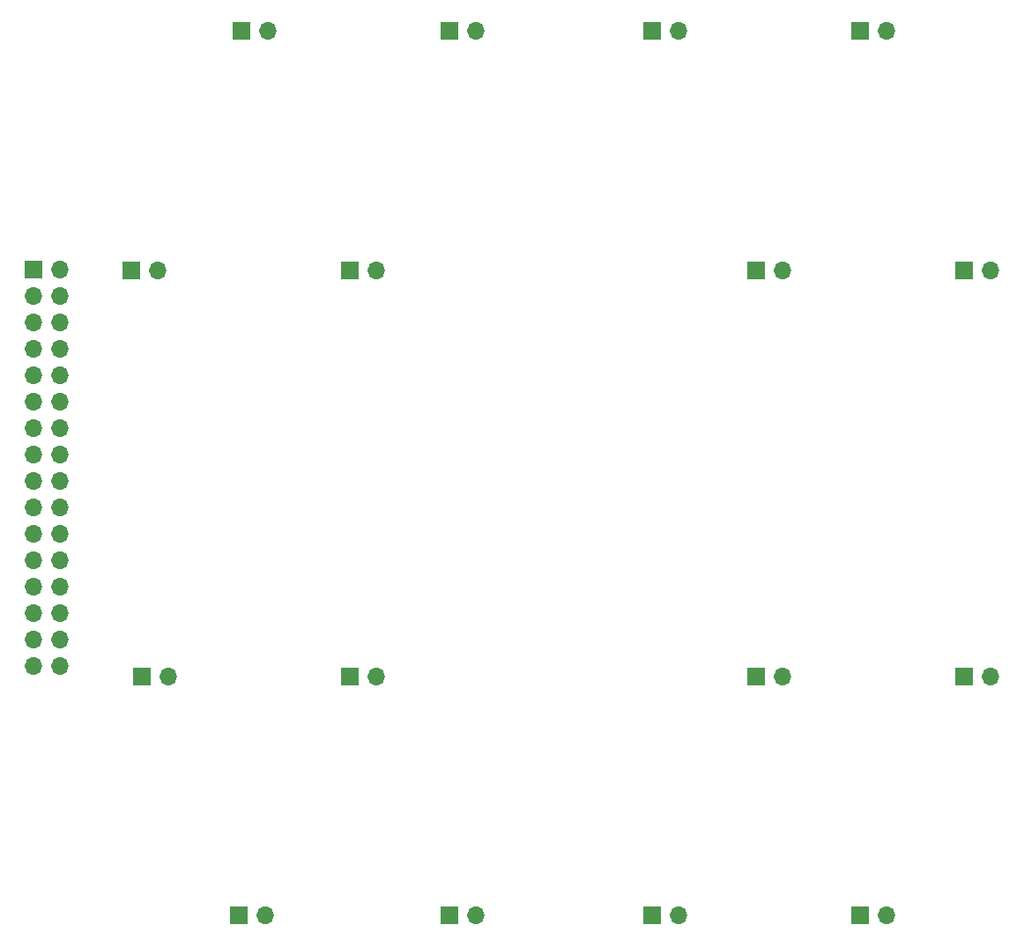
<source format=gbr>
%TF.GenerationSoftware,KiCad,Pcbnew,8.0.6*%
%TF.CreationDate,2025-01-23T15:05:53-05:00*%
%TF.ProjectId,MagneticActuationBoard,4d61676e-6574-4696-9341-637475617469,rev?*%
%TF.SameCoordinates,Original*%
%TF.FileFunction,Soldermask,Top*%
%TF.FilePolarity,Negative*%
%FSLAX46Y46*%
G04 Gerber Fmt 4.6, Leading zero omitted, Abs format (unit mm)*
G04 Created by KiCad (PCBNEW 8.0.6) date 2025-01-23 15:05:53*
%MOMM*%
%LPD*%
G01*
G04 APERTURE LIST*
%ADD10R,1.700000X1.700000*%
%ADD11O,1.700000X1.700000*%
G04 APERTURE END LIST*
D10*
%TO.C,J0*%
X136000000Y-85900000D03*
D11*
X138540000Y-85900000D03*
X136000000Y-88440000D03*
X138540000Y-88440000D03*
X136000000Y-90980000D03*
X138540000Y-90980000D03*
X136000000Y-93520000D03*
X138540000Y-93520000D03*
X136000000Y-96060000D03*
X138540000Y-96060000D03*
X136000000Y-98600000D03*
X138540000Y-98600000D03*
X136000000Y-101140000D03*
X138540000Y-101140000D03*
X136000000Y-103680000D03*
X138540000Y-103680000D03*
X136000000Y-106220000D03*
X138540000Y-106220000D03*
X136000000Y-108760000D03*
X138540000Y-108760000D03*
X136000000Y-111300000D03*
X138540000Y-111300000D03*
X136000000Y-113840000D03*
X138540000Y-113840000D03*
X136000000Y-116380000D03*
X138540000Y-116380000D03*
X136000000Y-118920000D03*
X138540000Y-118920000D03*
X136000000Y-121460000D03*
X138540000Y-121460000D03*
X136000000Y-124000000D03*
X138540000Y-124000000D03*
%TD*%
D10*
%TO.C,J16*%
X215460000Y-148000000D03*
D11*
X218000000Y-148000000D03*
%TD*%
D10*
%TO.C,J15*%
X195460000Y-148000000D03*
D11*
X198000000Y-148000000D03*
%TD*%
D10*
%TO.C,J14*%
X176000000Y-148000000D03*
D11*
X178540000Y-148000000D03*
%TD*%
D10*
%TO.C,J13*%
X155766668Y-148000000D03*
D11*
X158306668Y-148000000D03*
%TD*%
%TO.C,J12*%
X228000000Y-125000000D03*
D10*
X225460000Y-125000000D03*
%TD*%
%TO.C,J11*%
X205460000Y-125000000D03*
D11*
X208000000Y-125000000D03*
%TD*%
%TO.C,J10*%
X169000000Y-125000000D03*
D10*
X166460000Y-125000000D03*
%TD*%
%TO.C,J9*%
X146460000Y-125000000D03*
D11*
X149000000Y-125000000D03*
%TD*%
%TO.C,J8*%
X228000000Y-86000000D03*
D10*
X225460000Y-86000000D03*
%TD*%
%TO.C,J7*%
X205460000Y-86000000D03*
D11*
X208000000Y-86000000D03*
%TD*%
D10*
%TO.C,J6*%
X166460000Y-86000000D03*
D11*
X169000000Y-86000000D03*
%TD*%
D10*
%TO.C,J5*%
X145460000Y-86000000D03*
D11*
X148000000Y-86000000D03*
%TD*%
D10*
%TO.C,J4*%
X215460000Y-63000000D03*
D11*
X218000000Y-63000000D03*
%TD*%
D10*
%TO.C,J3*%
X195460000Y-63000000D03*
D11*
X198000000Y-63000000D03*
%TD*%
D10*
%TO.C,J2*%
X176000000Y-63000000D03*
D11*
X178540000Y-63000000D03*
%TD*%
%TO.C,J1*%
X158540000Y-63000000D03*
D10*
X156000000Y-63000000D03*
%TD*%
M02*

</source>
